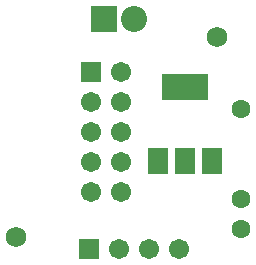
<source format=gbs>
G04 Layer_Color=16711935*
%FSAX44Y44*%
%MOMM*%
G71*
G01*
G75*
%ADD37C,2.2032*%
%ADD38R,2.2032X2.2032*%
%ADD39C,1.7032*%
%ADD40R,1.7032X1.7032*%
%ADD41C,1.6032*%
%ADD42C,1.7272*%
%ADD43R,1.7032X1.7032*%
%ADD44R,1.7032X2.2032*%
%ADD45R,4.0032X2.2032*%
D37*
X00239300Y00424790D02*
D03*
D38*
X00214300D02*
D03*
D39*
X00227000Y00230480D02*
D03*
X00252400D02*
D03*
X00277800D02*
D03*
X00228270Y00304140D02*
D03*
Y00329540D02*
D03*
Y00354940D02*
D03*
Y00380340D02*
D03*
X00202870Y00304140D02*
D03*
Y00329540D02*
D03*
Y00354940D02*
D03*
Y00278740D02*
D03*
X00228270D02*
D03*
D40*
X00201600Y00230480D02*
D03*
D41*
X00329870Y00272390D02*
D03*
Y00348590D02*
D03*
Y00246990D02*
D03*
D42*
X00310000Y00410000D02*
D03*
X00140000Y00240000D02*
D03*
D43*
X00202870Y00380340D02*
D03*
D44*
X00305880Y00304390D02*
D03*
X00282880D02*
D03*
X00259880D02*
D03*
D45*
X00282880Y00367390D02*
D03*
M02*

</source>
